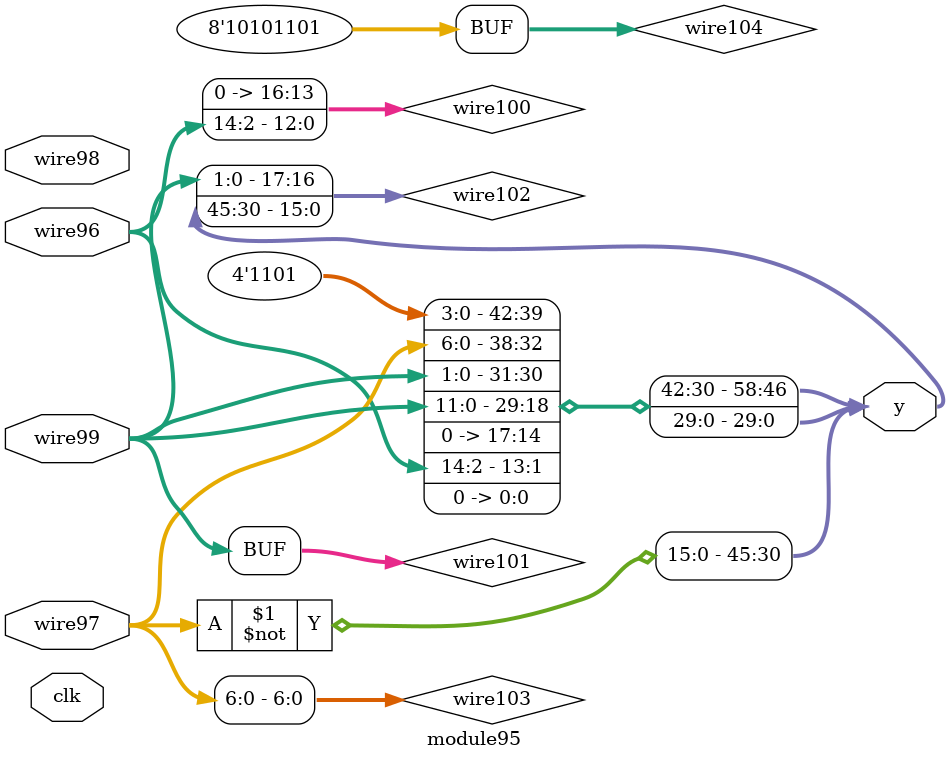
<source format=v>
module top
#(parameter param252 = (~&((~&{{(8'ha3)}, ((8'hb7) ? (8'ha1) : (8'h9f))}) >= {((&(8'hb0)) >> (~(8'had)))})))
(y, clk, wire0, wire1, wire2, wire3, wire4);
  output wire [(32'h249):(32'h0)] y;
  input wire [(1'h0):(1'h0)] clk;
  input wire signed [(3'h5):(1'h0)] wire0;
  input wire [(5'h15):(1'h0)] wire1;
  input wire signed [(4'he):(1'h0)] wire2;
  input wire [(5'h15):(1'h0)] wire3;
  input wire signed [(4'hd):(1'h0)] wire4;
  wire signed [(4'hc):(1'h0)] wire251;
  wire [(4'ha):(1'h0)] wire246;
  wire [(5'h13):(1'h0)] wire224;
  wire signed [(4'ha):(1'h0)] wire223;
  wire [(4'ha):(1'h0)] wire221;
  wire [(5'h10):(1'h0)] wire76;
  wire signed [(5'h15):(1'h0)] wire5;
  wire [(3'h4):(1'h0)] wire74;
  wire [(3'h7):(1'h0)] wire226;
  wire signed [(5'h10):(1'h0)] wire227;
  wire [(5'h14):(1'h0)] wire237;
  wire [(5'h13):(1'h0)] wire238;
  wire [(3'h4):(1'h0)] wire240;
  wire signed [(4'hb):(1'h0)] wire241;
  wire signed [(4'hf):(1'h0)] wire242;
  wire [(4'hd):(1'h0)] wire243;
  wire signed [(4'he):(1'h0)] wire244;
  reg [(3'h6):(1'h0)] reg250 = (1'h0);
  reg signed [(5'h10):(1'h0)] reg249 = (1'h0);
  reg [(5'h12):(1'h0)] reg248 = (1'h0);
  reg [(3'h5):(1'h0)] reg247 = (1'h0);
  reg signed [(4'h8):(1'h0)] reg236 = (1'h0);
  reg [(5'h13):(1'h0)] reg235 = (1'h0);
  reg signed [(4'hd):(1'h0)] reg234 = (1'h0);
  reg [(4'h9):(1'h0)] reg233 = (1'h0);
  reg signed [(4'h8):(1'h0)] reg232 = (1'h0);
  reg signed [(5'h15):(1'h0)] reg231 = (1'h0);
  reg signed [(5'h15):(1'h0)] reg230 = (1'h0);
  reg [(5'h12):(1'h0)] reg229 = (1'h0);
  reg [(5'h14):(1'h0)] reg228 = (1'h0);
  reg [(5'h11):(1'h0)] reg89 = (1'h0);
  reg [(4'hc):(1'h0)] reg88 = (1'h0);
  reg [(5'h11):(1'h0)] reg87 = (1'h0);
  reg signed [(3'h4):(1'h0)] reg86 = (1'h0);
  reg signed [(5'h15):(1'h0)] reg85 = (1'h0);
  reg [(4'ha):(1'h0)] reg84 = (1'h0);
  reg [(3'h7):(1'h0)] reg83 = (1'h0);
  reg [(2'h2):(1'h0)] reg82 = (1'h0);
  reg [(5'h13):(1'h0)] reg81 = (1'h0);
  reg signed [(5'h14):(1'h0)] reg80 = (1'h0);
  reg [(5'h14):(1'h0)] reg79 = (1'h0);
  reg signed [(5'h15):(1'h0)] reg78 = (1'h0);
  reg signed [(4'hb):(1'h0)] reg77 = (1'h0);
  assign y = {wire251,
                 wire246,
                 wire224,
                 wire223,
                 wire221,
                 wire76,
                 wire5,
                 wire74,
                 wire226,
                 wire227,
                 wire237,
                 wire238,
                 wire240,
                 wire241,
                 wire242,
                 wire243,
                 wire244,
                 reg250,
                 reg249,
                 reg248,
                 reg247,
                 reg236,
                 reg235,
                 reg234,
                 reg233,
                 reg232,
                 reg231,
                 reg230,
                 reg229,
                 reg228,
                 reg89,
                 reg88,
                 reg87,
                 reg86,
                 reg85,
                 reg84,
                 reg83,
                 reg82,
                 reg81,
                 reg80,
                 reg79,
                 reg78,
                 reg77,
                 (1'h0)};
  assign wire5 = $unsigned(($signed($unsigned(wire4)) + $unsigned($signed(wire2))));
  module6 #() modinst75 (.wire7(wire5), .wire8(wire1), .wire11(wire2), .clk(clk), .wire9(wire4), .y(wire74), .wire10(wire3));
  assign wire76 = wire3[(4'h9):(4'h8)];
  always
    @(posedge clk) begin
      reg77 <= (~^(wire4[(2'h2):(1'h0)] ? (^wire3) : (8'hb8)));
      if (wire0[(1'h0):(1'h0)])
        begin
          reg78 <= $unsigned(($unsigned((8'hbb)) & ((+(wire1 ?
              wire0 : (8'haa))) > wire3[(5'h12):(3'h5)])));
          if ($unsigned(reg78))
            begin
              reg79 <= ($signed((8'hab)) ? wire5[(3'h5):(3'h5)] : (!reg78));
              reg80 <= {reg78};
              reg81 <= wire5;
              reg82 <= $unsigned(wire74);
            end
          else
            begin
              reg79 <= ((~&((~|wire3[(3'h5):(3'h5)]) != ((~wire2) & {wire2,
                      reg79}))) ?
                  $signed(wire5[(4'ha):(1'h1)]) : (!wire3));
              reg80 <= reg81;
              reg81 <= (~^reg78);
              reg82 <= (($unsigned(($unsigned(wire5) & $signed(wire0))) != ((&(reg81 ?
                      wire76 : wire0)) || (^~$unsigned(wire1)))) ?
                  $signed($signed({wire5})) : $unsigned(((((8'hba) ?
                              reg77 : wire2) ?
                          $signed(reg80) : $unsigned(wire1)) ?
                      ((reg78 ? reg77 : wire2) | (+(8'ha8))) : ($signed(reg80) ?
                          (reg81 ^~ wire4) : (|wire76)))));
            end
          if (((8'hb8) && reg81[(3'h4):(1'h1)]))
            begin
              reg83 <= (8'hb2);
            end
          else
            begin
              reg83 <= {(8'hb6)};
              reg84 <= ((~&$signed((~&(!reg81)))) && reg77);
              reg85 <= reg79[(1'h1):(1'h0)];
              reg86 <= reg82;
              reg87 <= (~((!reg78[(4'h9):(3'h4)]) > (&(~&reg81))));
            end
          reg88 <= (+$unsigned($signed($unsigned((reg84 ? wire2 : wire76)))));
        end
      else
        begin
          if (((8'h9e) ?
              ((({wire3} ^~ $signed(reg83)) ? (|$unsigned(reg77)) : {reg84}) ?
                  reg88 : $signed(wire1[(4'h9):(4'h8)])) : $unsigned(({(reg82 ?
                      reg82 : (8'had))} <= $unsigned((reg78 ^ wire4))))))
            begin
              reg78 <= (8'had);
              reg79 <= $signed($signed($signed(reg85[(3'h6):(3'h6)])));
              reg80 <= $signed({(&wire3), (+$signed({wire0}))});
              reg81 <= wire4;
              reg82 <= ((($unsigned((wire1 & reg86)) ?
                          wire4 : reg83[(3'h7):(3'h7)]) ?
                      $unsigned($signed((reg85 * wire1))) : $unsigned(((8'hb7) ?
                          (reg83 ? reg84 : (7'h42)) : wire5[(4'hc):(4'hb)]))) ?
                  ({reg88, $unsigned((7'h41))} ?
                      ((8'hbf) ^~ $signed(reg86[(2'h3):(1'h0)])) : (((~reg80) && (reg81 ?
                              reg82 : reg85)) ?
                          ($unsigned((7'h40)) <<< $signed((8'hb2))) : reg84)) : wire5);
            end
          else
            begin
              reg78 <= $unsigned($signed({(~^$signed((8'ha8)))}));
              reg79 <= (-wire2[(4'hb):(4'ha)]);
              reg80 <= ($signed(wire3[(1'h1):(1'h0)]) ~^ {(^~$unsigned(wire76[(5'h10):(4'hb)]))});
            end
        end
      reg89 <= $unsigned($signed(({$signed(wire5)} < (~|(wire1 ?
          (8'hb9) : reg86)))));
    end
  module90 #() modinst222 (.wire91(reg79), .clk(clk), .wire92(wire76), .wire94(reg89), .y(wire221), .wire93(wire1));
  assign wire223 = reg79[(1'h1):(1'h1)];
  module55 #() modinst225 (wire224, clk, reg87, reg81, reg79, reg78, wire4);
  assign wire226 = wire74;
  assign wire227 = $unsigned(wire2);
  always
    @(posedge clk) begin
      if ({wire221, (7'h41)})
        begin
          reg228 <= (((+$signed(wire0[(2'h3):(1'h1)])) >= (|$signed($signed(wire5)))) ?
              $signed(wire221) : {((~&reg78[(3'h6):(3'h5)]) <= $signed(reg78)),
                  reg77});
          reg229 <= $unsigned(($unsigned($signed((~&reg84))) ?
              (wire0 ?
                  ($signed(reg80) ?
                      $unsigned(wire221) : (reg82 ?
                          reg78 : (7'h41))) : ((reg79 << reg84) != (~|wire226))) : reg85));
          reg230 <= $signed({reg228});
          reg231 <= ($signed($unsigned(wire221[(4'h8):(3'h4)])) * reg78);
          if ((^$signed(({wire4[(3'h4):(2'h3)]} ?
              reg87[(4'hd):(2'h3)] : {{wire2, reg82}}))))
            begin
              reg232 <= ($unsigned((-$unsigned((reg228 > reg78)))) | (8'ha3));
              reg233 <= $unsigned(($unsigned(($unsigned(wire76) ?
                      $signed((8'h9f)) : (&reg231))) ?
                  reg77 : {$unsigned(wire5), reg228}));
              reg234 <= reg88[(4'hb):(1'h0)];
              reg235 <= ({((8'hb3) ?
                      reg230 : (reg85[(1'h0):(1'h0)] == ((7'h40) ?
                          wire5 : reg229))),
                  ($unsigned((!reg232)) ~^ (!{reg232,
                      (7'h44)}))} >> reg77[(1'h0):(1'h0)]);
              reg236 <= ((8'ha6) | {(($unsigned(wire226) ?
                          $unsigned(reg86) : (wire223 >= reg81)) ?
                      ($unsigned(reg230) - {wire226}) : wire226[(3'h4):(1'h1)])});
            end
          else
            begin
              reg232 <= $unsigned($signed(((^{wire0}) ? wire76 : (8'hb9))));
            end
        end
      else
        begin
          reg228 <= (wire0 & (~^$unsigned((-$signed(wire224)))));
          reg229 <= reg235;
        end
    end
  assign wire237 = {(~^($unsigned((~&reg232)) ?
                           $signed(reg230) : (!reg234[(4'hb):(3'h4)]))),
                       (reg77[(4'hb):(3'h5)] ^~ ($signed(reg233) || ((reg82 ?
                           reg87 : (8'h9f)) * reg87[(1'h1):(1'h1)])))};
  module15 #() modinst239 (.y(wire238), .wire17(reg78), .wire16(reg87), .clk(clk), .wire19(wire221), .wire20(wire76), .wire18(reg84));
  assign wire240 = (&reg77);
  assign wire241 = (($unsigned(((wire74 ^ reg233) ?
                               (reg232 ?
                                   reg234 : wire221) : reg78[(4'hf):(4'hf)])) ?
                           reg229[(1'h1):(1'h0)] : reg229) ?
                       reg233 : {reg83[(3'h5):(3'h5)],
                           $signed(((reg232 ? reg229 : reg235) || ((8'hb8) ?
                               (8'ha2) : wire5)))});
  assign wire242 = (~|(+$unsigned((7'h42))));
  assign wire243 = wire224[(2'h2):(1'h1)];
  module161 #() modinst245 (wire244, clk, reg231, reg233, wire227, reg235);
  assign wire246 = {($signed((^~{reg232, reg232})) ? wire1 : $signed(wire227))};
  always
    @(posedge clk) begin
      reg247 <= ($unsigned(wire241[(3'h4):(2'h3)]) + (^reg81));
      reg248 <= $signed({(~^wire1[(4'hf):(2'h3)])});
      reg249 <= (8'haa);
      reg250 <= $signed($signed(reg81));
    end
  assign wire251 = (wire74 ?
                       (|reg236[(1'h0):(1'h0)]) : (reg86[(2'h3):(1'h1)] | (-$signed((wire227 ?
                           (8'ha9) : wire226)))));
endmodule

module module90
#(parameter param219 = ((({((8'hae) ? (8'hbd) : (8'haa))} ? (((8'hb7) ? (8'hac) : (8'haa)) ~^ ((8'haa) << (8'hbc))) : (((8'ha3) <= (8'h9e)) ? (8'hb7) : ((8'h9f) ? (8'hbb) : (8'hba)))) & {(~&((8'hb4) < (8'h9e))), (-(^~(8'hbd)))}) ? {((!((8'hbf) ^ (8'ha5))) ~^ {((8'hb4) ? (7'h41) : (7'h42))})} : {(((!(8'ha5)) ^~ ((8'haf) ? (8'hbd) : (8'h9c))) ? (((8'h9d) ? (8'hb9) : (8'hb4)) ^ ((8'ha0) + (8'haf))) : (&((8'h9f) ? (8'hb8) : (7'h41)))), (({(8'hab), (8'hae)} > {(8'ha8), (8'hb9)}) ? ((+(8'hb0)) || (+(7'h40))) : (((8'hb2) ? (8'had) : (7'h43)) | (8'h9d)))}), 
parameter param220 = {(((param219 ? (!param219) : param219) ? (~|param219) : (param219 ? (param219 ? param219 : param219) : {(8'ha1)})) >= {{(^~param219), (~|(8'ha6))}, {(8'ha4), (-param219)}})})
(y, clk, wire94, wire93, wire92, wire91);
  output wire [(32'h15a):(32'h0)] y;
  input wire [(1'h0):(1'h0)] clk;
  input wire [(5'h11):(1'h0)] wire94;
  input wire signed [(4'hf):(1'h0)] wire93;
  input wire [(3'h4):(1'h0)] wire92;
  input wire [(5'h14):(1'h0)] wire91;
  wire [(3'h7):(1'h0)] wire218;
  wire signed [(4'hb):(1'h0)] wire216;
  wire signed [(4'h8):(1'h0)] wire197;
  wire [(5'h10):(1'h0)] wire178;
  wire signed [(5'h13):(1'h0)] wire154;
  wire [(4'h9):(1'h0)] wire118;
  wire signed [(5'h14):(1'h0)] wire107;
  wire [(5'h13):(1'h0)] wire156;
  wire [(5'h10):(1'h0)] wire157;
  wire [(5'h14):(1'h0)] wire158;
  wire signed [(4'hd):(1'h0)] wire159;
  wire signed [(4'h9):(1'h0)] wire160;
  wire [(5'h10):(1'h0)] wire176;
  wire signed [(5'h12):(1'h0)] wire199;
  wire [(4'he):(1'h0)] wire200;
  wire signed [(4'h9):(1'h0)] wire214;
  reg [(5'h15):(1'h0)] reg109 = (1'h0);
  reg signed [(5'h15):(1'h0)] reg110 = (1'h0);
  reg signed [(4'h8):(1'h0)] reg111 = (1'h0);
  reg signed [(3'h7):(1'h0)] reg112 = (1'h0);
  reg [(3'h6):(1'h0)] reg113 = (1'h0);
  reg signed [(4'ha):(1'h0)] reg114 = (1'h0);
  reg [(4'ha):(1'h0)] reg115 = (1'h0);
  reg [(5'h11):(1'h0)] reg116 = (1'h0);
  reg [(5'h15):(1'h0)] reg117 = (1'h0);
  assign y = {wire218,
                 wire216,
                 wire197,
                 wire178,
                 wire154,
                 wire118,
                 wire107,
                 wire156,
                 wire157,
                 wire158,
                 wire159,
                 wire160,
                 wire176,
                 wire199,
                 wire200,
                 wire214,
                 reg109,
                 reg110,
                 reg111,
                 reg112,
                 reg113,
                 reg114,
                 reg115,
                 reg116,
                 reg117,
                 (1'h0)};
  module95 #() modinst108 (.wire98(wire92), .clk(clk), .wire99(wire94), .wire97(wire93), .wire96(wire91), .y(wire107));
  always
    @(posedge clk) begin
      reg109 <= ($unsigned((&{(wire107 >>> (8'hbd)),
              (wire94 ? wire92 : wire94)})) ?
          $unsigned($unsigned($signed(wire107))) : (($signed(wire107[(3'h4):(2'h3)]) ?
                  wire91[(4'h8):(1'h0)] : ($signed((8'haf)) ?
                      wire94 : ((8'hab) ? wire91 : wire92))) ?
              wire93[(4'he):(4'hb)] : {$unsigned($signed(wire94)),
                  wire92[(2'h3):(2'h3)]}));
      if ($signed((wire92[(2'h2):(1'h0)] ~^ ((8'ha3) ~^ $unsigned(wire107)))))
        begin
          reg110 <= (8'hbf);
          reg111 <= $signed($signed($signed(wire94)));
          if ({($unsigned(((wire107 * wire91) & (reg110 * reg110))) - {$signed($unsigned(reg109))})})
            begin
              reg112 <= wire107[(1'h0):(1'h0)];
              reg113 <= $unsigned((($unsigned(wire107[(3'h6):(3'h6)]) ?
                      wire94 : ($unsigned(reg111) != $signed(reg110))) ?
                  $unsigned((reg109 ?
                      $unsigned((8'hb7)) : $unsigned(reg111))) : $signed($unsigned((8'ha7)))));
              reg114 <= (-(^~{(((8'hbe) - wire92) ?
                      $unsigned(reg110) : (reg111 ? (7'h43) : reg109)),
                  ((reg112 ^ (8'hbf)) <<< $signed((8'ha2)))}));
              reg115 <= $unsigned($signed($unsigned({(wire93 ?
                      reg113 : wire107)})));
              reg116 <= ($unsigned((reg112[(3'h7):(3'h4)] <<< (reg111[(1'h1):(1'h1)] ?
                  (^~reg110) : wire91))) ^ ($signed((reg112 ^ $unsigned(reg113))) ^~ $signed($signed(reg111[(1'h1):(1'h1)]))));
            end
          else
            begin
              reg112 <= reg112[(3'h6):(2'h3)];
              reg113 <= $signed({wire93[(3'h7):(3'h6)],
                  {$unsigned($unsigned(wire93))}});
              reg114 <= reg113[(2'h2):(2'h2)];
              reg115 <= {$unsigned($signed(((reg116 && reg112) + {reg113,
                      wire107})))};
              reg116 <= reg115[(3'h5):(2'h3)];
            end
          reg117 <= $unsigned((((wire92 - (reg111 <<< reg111)) >> ((reg111 > reg111) & (reg112 & reg111))) ~^ reg115));
        end
      else
        begin
          reg110 <= (((!(reg115 ?
              (reg109 ? reg111 : reg112) : reg115)) <<< (!((reg113 * reg114) ?
              $signed(wire92) : (~reg110)))) & $signed(($signed((wire94 ^~ wire94)) & reg116)));
        end
    end
  assign wire118 = reg113;
  module119 #() modinst155 (wire154, clk, reg111, reg114, wire91, reg110);
  assign wire156 = $unsigned((({$signed(reg117),
                       (wire92 ?
                           wire154 : wire107)} + (8'had)) | $unsigned($unsigned((~^reg110)))));
  assign wire157 = $unsigned(wire91[(1'h1):(1'h1)]);
  assign wire158 = wire157[(3'h7):(2'h3)];
  assign wire159 = wire157;
  assign wire160 = {(($unsigned({wire154, reg116}) ?
                               wire118[(1'h1):(1'h0)] : (&(+(8'hac)))) ?
                           ($unsigned((wire154 ?
                               wire159 : reg117)) >> ((+wire154) ?
                               reg112[(3'h5):(1'h1)] : {reg109})) : reg111)};
  module161 #() modinst177 (wire176, clk, reg117, wire93, wire159, wire118);
  assign wire178 = (~^$unsigned(reg109));
  module179 #() modinst198 (.y(wire197), .wire180(reg112), .wire181(reg110), .wire183(reg116), .wire182(wire94), .clk(clk));
  assign wire199 = $unsigned((((reg114[(3'h7):(2'h3)] <= $unsigned(reg109)) * {$unsigned(wire159)}) ?
                       wire94[(1'h0):(1'h0)] : $unsigned(($unsigned(reg111) ?
                           wire156[(2'h3):(2'h3)] : (8'hab)))));
  assign wire200 = wire197[(3'h4):(3'h4)];
  module201 #() modinst215 (.wire206(wire156), .wire202(wire200), .wire203(wire158), .y(wire214), .clk(clk), .wire204(wire160), .wire205(wire107));
  module179 #() modinst217 (.wire180(wire176), .wire183(reg110), .wire181(wire158), .clk(clk), .y(wire216), .wire182(reg116));
  assign wire218 = ({($unsigned($signed(reg116)) ?
                           ($signed(reg115) >> wire93) : reg109[(5'h15):(3'h4)])} > reg117[(4'h9):(2'h3)]);
endmodule

module module6  (y, clk, wire11, wire10, wire9, wire8, wire7);
  output wire [(32'h86):(32'h0)] y;
  input wire [(1'h0):(1'h0)] clk;
  input wire signed [(2'h2):(1'h0)] wire11;
  input wire [(5'h13):(1'h0)] wire10;
  input wire signed [(4'ha):(1'h0)] wire9;
  input wire signed [(5'h15):(1'h0)] wire8;
  input wire [(5'h15):(1'h0)] wire7;
  wire [(4'hd):(1'h0)] wire48;
  wire signed [(4'hd):(1'h0)] wire14;
  wire [(5'h10):(1'h0)] wire13;
  wire signed [(3'h7):(1'h0)] wire12;
  wire signed [(5'h13):(1'h0)] wire50;
  wire signed [(4'hf):(1'h0)] wire51;
  wire signed [(2'h3):(1'h0)] wire52;
  wire signed [(4'hd):(1'h0)] wire53;
  wire [(5'h15):(1'h0)] wire54;
  wire signed [(4'hd):(1'h0)] wire72;
  assign y = {wire48,
                 wire14,
                 wire13,
                 wire12,
                 wire50,
                 wire51,
                 wire52,
                 wire53,
                 wire54,
                 wire72,
                 (1'h0)};
  assign wire12 = (wire7[(3'h4):(1'h1)] ?
                      $unsigned($signed(wire9)) : $signed(wire11));
  assign wire13 = wire7[(3'h5):(2'h2)];
  assign wire14 = (|($signed($signed($unsigned(wire7))) >>> (($signed(wire10) ?
                          wire9 : (+wire8)) ?
                      (~|(wire13 ? wire8 : wire9)) : ($signed(wire10) ?
                          wire11[(1'h0):(1'h0)] : ((8'ha8) ^~ (8'h9c))))));
  module15 #() modinst49 (.y(wire48), .wire16(wire13), .wire18(wire7), .clk(clk), .wire20(wire11), .wire19(wire9), .wire17(wire8));
  assign wire50 = (|((&($unsigned(wire10) > $unsigned(wire13))) || ((^~((8'hac) ^~ (8'h9d))) ?
                      wire12[(1'h1):(1'h1)] : (^(&wire8)))));
  assign wire51 = (~wire7[(2'h2):(1'h0)]);
  assign wire52 = (~$signed((^~$signed($unsigned(wire8)))));
  assign wire53 = (wire51[(3'h5):(1'h0)] * $unsigned((wire48[(4'hc):(3'h5)] & $signed(wire9))));
  assign wire54 = (((wire8 < ((^wire53) ?
                          $unsigned(wire12) : $signed(wire52))) ?
                      (wire9 ?
                          {wire53,
                              $signed(wire7)} : wire11[(2'h2):(1'h1)]) : ((wire9[(3'h5):(2'h2)] ?
                          wire10[(5'h12):(1'h1)] : (wire13 ?
                              wire53 : wire11)) ~^ ($signed(wire51) << (~^wire7)))) & wire13[(4'hf):(2'h3)]);
  module55 #() modinst73 (wire72, clk, wire51, wire50, wire14, wire7, wire53);
endmodule

module module55  (y, clk, wire60, wire59, wire58, wire57, wire56);
  output wire [(32'h83):(32'h0)] y;
  input wire [(1'h0):(1'h0)] clk;
  input wire signed [(4'hf):(1'h0)] wire60;
  input wire signed [(5'h13):(1'h0)] wire59;
  input wire [(3'h7):(1'h0)] wire58;
  input wire [(5'h15):(1'h0)] wire57;
  input wire signed [(4'hd):(1'h0)] wire56;
  wire [(4'h8):(1'h0)] wire71;
  wire signed [(5'h15):(1'h0)] wire70;
  wire [(2'h2):(1'h0)] wire69;
  wire [(4'hc):(1'h0)] wire66;
  reg [(5'h12):(1'h0)] reg68 = (1'h0);
  reg signed [(4'hc):(1'h0)] reg67 = (1'h0);
  reg [(5'h14):(1'h0)] reg65 = (1'h0);
  reg [(3'h6):(1'h0)] reg64 = (1'h0);
  reg [(3'h5):(1'h0)] reg63 = (1'h0);
  reg signed [(3'h6):(1'h0)] reg62 = (1'h0);
  reg [(5'h14):(1'h0)] reg61 = (1'h0);
  assign y = {wire71,
                 wire70,
                 wire69,
                 wire66,
                 reg68,
                 reg67,
                 reg65,
                 reg64,
                 reg63,
                 reg62,
                 reg61,
                 (1'h0)};
  always
    @(posedge clk) begin
      reg61 <= ($signed($signed({(8'h9f)})) ?
          $unsigned((wire57[(3'h5):(3'h5)] ?
              wire59 : wire56)) : $unsigned((^~((wire56 >> wire59) ?
              (wire57 | wire57) : (~|wire58)))));
      reg62 <= $unsigned(($signed((~^reg61)) + wire57));
      reg63 <= (($unsigned($unsigned((&(8'ha9)))) ?
              wire57 : (~|({wire56, reg62} ?
                  wire56[(3'h4):(2'h3)] : $unsigned(wire56)))) ?
          {wire59} : ($signed($signed((~^wire58))) ?
              ({wire60, (8'ha2)} ?
                  $unsigned((-wire59)) : ($unsigned(wire56) ?
                      $signed(reg62) : wire56[(3'h4):(1'h0)])) : {wire59[(2'h3):(2'h3)]}));
      reg64 <= ($signed(wire57[(3'h5):(2'h2)]) ?
          ((-(8'hb8)) ?
              wire56[(3'h6):(1'h0)] : $unsigned((~&(&reg63)))) : $signed(wire59[(2'h3):(2'h2)]));
      if (wire59[(2'h2):(1'h1)])
        begin
          reg65 <= $signed(((~&wire57) * $signed({(wire58 << (8'hae))})));
        end
      else
        begin
          reg65 <= $unsigned((~|(reg65[(3'h4):(1'h0)] ?
              {$signed(reg62), wire60[(2'h2):(2'h2)]} : (|reg61))));
        end
    end
  assign wire66 = reg64[(3'h4):(1'h1)];
  always
    @(posedge clk) begin
      reg67 <= (wire58 & reg64);
      reg68 <= $unsigned($signed(reg62[(3'h4):(2'h2)]));
    end
  assign wire69 = (~&{wire60, reg61[(5'h11):(3'h5)]});
  assign wire70 = $unsigned((^reg68));
  assign wire71 = (({$unsigned((|(8'ha2))),
                          $unsigned({wire59, wire70})} >>> wire58) ?
                      (8'hb6) : wire69);
endmodule

module module15
#(parameter param47 = (8'hba))
(y, clk, wire20, wire19, wire18, wire17, wire16);
  output wire [(32'h120):(32'h0)] y;
  input wire [(1'h0):(1'h0)] clk;
  input wire signed [(2'h2):(1'h0)] wire20;
  input wire signed [(4'ha):(1'h0)] wire19;
  input wire [(4'ha):(1'h0)] wire18;
  input wire [(5'h15):(1'h0)] wire17;
  input wire signed [(5'h10):(1'h0)] wire16;
  wire signed [(5'h15):(1'h0)] wire34;
  wire [(4'ha):(1'h0)] wire33;
  wire signed [(4'hb):(1'h0)] wire32;
  wire [(4'ha):(1'h0)] wire31;
  wire signed [(2'h2):(1'h0)] wire30;
  wire [(4'hd):(1'h0)] wire29;
  wire signed [(4'hf):(1'h0)] wire28;
  wire [(2'h3):(1'h0)] wire27;
  wire [(5'h10):(1'h0)] wire26;
  wire [(3'h4):(1'h0)] wire25;
  wire [(4'hd):(1'h0)] wire24;
  wire [(5'h11):(1'h0)] wire23;
  wire signed [(4'hd):(1'h0)] wire22;
  wire [(3'h4):(1'h0)] wire21;
  reg signed [(4'hf):(1'h0)] reg46 = (1'h0);
  reg signed [(4'hc):(1'h0)] reg45 = (1'h0);
  reg [(4'h8):(1'h0)] reg44 = (1'h0);
  reg signed [(4'hc):(1'h0)] reg43 = (1'h0);
  reg signed [(4'h9):(1'h0)] reg42 = (1'h0);
  reg signed [(4'hb):(1'h0)] reg41 = (1'h0);
  reg signed [(2'h2):(1'h0)] reg40 = (1'h0);
  reg [(4'ha):(1'h0)] reg39 = (1'h0);
  reg [(5'h11):(1'h0)] reg38 = (1'h0);
  reg [(5'h11):(1'h0)] reg37 = (1'h0);
  reg [(4'ha):(1'h0)] reg36 = (1'h0);
  reg signed [(4'hc):(1'h0)] reg35 = (1'h0);
  assign y = {wire34,
                 wire33,
                 wire32,
                 wire31,
                 wire30,
                 wire29,
                 wire28,
                 wire27,
                 wire26,
                 wire25,
                 wire24,
                 wire23,
                 wire22,
                 wire21,
                 reg46,
                 reg45,
                 reg44,
                 reg43,
                 reg42,
                 reg41,
                 reg40,
                 reg39,
                 reg38,
                 reg37,
                 reg36,
                 reg35,
                 (1'h0)};
  assign wire21 = ($signed({$signed(wire16)}) ?
                      (~^(($signed(wire20) >>> wire17[(5'h12):(3'h5)]) ~^ {{wire19},
                          wire19[(3'h7):(1'h1)]})) : wire18[(4'h8):(4'h8)]);
  assign wire22 = (^(&$unsigned(((^~wire19) ? $signed(wire16) : wire21))));
  assign wire23 = ((~($unsigned((8'ha5)) > ((wire19 || wire20) ?
                          $unsigned(wire19) : (wire20 ? wire21 : wire18)))) ?
                      wire16 : wire20[(2'h2):(1'h1)]);
  assign wire24 = $unsigned(({((wire18 ?
                          wire18 : (8'hb3)) >> (7'h40))} > $unsigned(wire21[(1'h0):(1'h0)])));
  assign wire25 = $signed(((!wire21) ?
                      (!((wire22 != wire16) ?
                          (8'h9e) : (+wire23))) : (~^(~|$unsigned(wire19)))));
  assign wire26 = $unsigned({(wire21[(1'h1):(1'h0)] ?
                          {(~^wire17), (&(7'h43))} : $signed(wire23))});
  assign wire27 = wire25;
  assign wire28 = $unsigned($signed($signed(wire25)));
  assign wire29 = $signed($signed($unsigned(wire25)));
  assign wire30 = wire26;
  assign wire31 = (({$signed($signed(wire30))} <= $signed(wire17)) ?
                      wire25 : (wire21[(2'h3):(2'h2)] + wire24[(3'h4):(1'h1)]));
  assign wire32 = $unsigned((|$signed((((8'ha4) == wire17) ?
                      wire17 : wire28))));
  assign wire33 = (wire19 && $unsigned((|(^wire25[(1'h0):(1'h0)]))));
  assign wire34 = {wire17};
  always
    @(posedge clk) begin
      if ({$signed(wire30)})
        begin
          reg35 <= ((wire30[(2'h2):(1'h1)] ^ $unsigned(wire20[(1'h0):(1'h0)])) ?
              $unsigned({(!(~wire19))}) : (+wire25));
          reg36 <= wire28;
          reg37 <= (($unsigned(wire31[(1'h1):(1'h0)]) * $unsigned(((~|wire27) == (!wire31)))) ?
              ($signed($signed(wire27)) ^ ($signed(wire22) < $signed($unsigned(wire22)))) : (^~(~&wire34)));
        end
      else
        begin
          reg35 <= wire21[(2'h2):(1'h0)];
        end
      reg38 <= ((8'hbd) ?
          $signed(wire20[(1'h1):(1'h1)]) : (((8'hae) ?
                  (|$unsigned(wire23)) : wire16[(4'hb):(3'h4)]) ?
              wire24 : wire34[(3'h4):(2'h3)]));
      reg39 <= $unsigned(((|$signed((reg37 <<< wire19))) == (^$unsigned((wire17 ?
          reg35 : reg36)))));
      if ($unsigned(reg38))
        begin
          reg40 <= (($unsigned(({(8'haa)} ?
              $signed(wire18) : $unsigned(wire21))) ~^ $unsigned($unsigned({reg36}))) * $signed(wire17[(1'h1):(1'h0)]));
          if ($signed($unsigned(wire24[(4'ha):(3'h7)])))
            begin
              reg41 <= (^wire17);
              reg42 <= $unsigned($unsigned($signed((!wire26[(3'h6):(3'h5)]))));
              reg43 <= ($signed($signed($signed((~|wire34)))) != ({((reg42 || wire23) & reg37)} + wire31[(4'ha):(3'h7)]));
              reg44 <= {(7'h42)};
              reg45 <= wire16[(4'hf):(3'h6)];
            end
          else
            begin
              reg41 <= wire30[(1'h1):(1'h1)];
              reg42 <= wire17[(4'h8):(3'h7)];
              reg43 <= $signed({{$unsigned($unsigned(reg35)),
                      $signed(wire29[(3'h6):(3'h6)])}});
              reg44 <= (reg36[(1'h1):(1'h0)] ^ (8'ha0));
              reg45 <= ($unsigned((^(~|(wire20 ? reg37 : wire25)))) ?
                  ($signed({wire21[(3'h4):(2'h2)],
                          (wire23 ? wire26 : wire21)}) ?
                      (($unsigned(reg43) < $signed(wire19)) ?
                          (wire30 | wire19[(1'h1):(1'h1)]) : reg39[(4'h9):(1'h1)]) : {$unsigned(wire18[(3'h7):(3'h6)]),
                          ($unsigned(wire21) ?
                              {reg44} : $signed(wire17))}) : ($signed(wire26) & reg41[(3'h7):(3'h4)]));
            end
          reg46 <= (~$signed(($signed($signed(wire23)) ?
              {reg43, $unsigned(reg38)} : (~&(~^(8'h9d))))));
        end
      else
        begin
          reg40 <= $signed($signed($unsigned((~|$signed((8'haf))))));
        end
    end
endmodule

module module201
#(parameter param212 = ((~&(~(~^((8'hb3) >> (8'hb5))))) ? (((~((8'ha5) && (7'h43))) == ({(8'hb5)} ? ((8'ha8) ? (8'h9f) : (8'h9e)) : ((8'ha7) || (8'hb7)))) ? (((8'hbd) > {(8'ha5), (8'ha2)}) != (8'hb8)) : (((|(8'hb0)) ^ (+(8'hbb))) <<< {(!(8'ha2))})) : ((^~(^{(8'hb9)})) > ((((8'haa) < (7'h44)) ? (8'hbf) : ((8'ha9) != (7'h42))) * (((8'hbc) > (8'hb0)) ? ((8'hb4) ? (7'h43) : (8'hb3)) : (~(8'hbc)))))), 
parameter param213 = (param212 == {(param212 ? ((param212 < param212) & {param212}) : ((~(7'h40)) - param212))}))
(y, clk, wire206, wire205, wire204, wire203, wire202);
  output wire [(32'h40):(32'h0)] y;
  input wire [(1'h0):(1'h0)] clk;
  input wire signed [(3'h7):(1'h0)] wire206;
  input wire signed [(5'h14):(1'h0)] wire205;
  input wire signed [(4'h9):(1'h0)] wire204;
  input wire [(4'hf):(1'h0)] wire203;
  input wire signed [(3'h5):(1'h0)] wire202;
  wire signed [(5'h14):(1'h0)] wire211;
  wire signed [(4'hf):(1'h0)] wire210;
  wire signed [(2'h3):(1'h0)] wire209;
  wire signed [(3'h4):(1'h0)] wire208;
  wire signed [(5'h15):(1'h0)] wire207;
  assign y = {wire211, wire210, wire209, wire208, wire207, (1'h0)};
  assign wire207 = $unsigned((wire206 ?
                       $signed((&wire206)) : {$signed((-wire205)),
                           $unsigned(wire204[(3'h4):(1'h1)])}));
  assign wire208 = $unsigned($signed((-wire207[(4'hc):(4'h9)])));
  assign wire209 = ((((wire204[(2'h2):(1'h1)] ?
                               {wire205, (8'h9e)} : {(7'h42),
                                   wire206}) ^ ((wire206 != wire207) | (wire205 ^~ wire205))) ?
                           $signed({{wire205, wire202},
                               $signed(wire204)}) : (wire205 ?
                               ($signed(wire205) ?
                                   (&wire204) : (~wire203)) : (wire205 ?
                                   $unsigned(wire205) : (~&wire204)))) ?
                       wire206[(2'h2):(1'h1)] : {({$signed(wire205),
                                   (~|wire206)} ?
                               $signed(wire203) : $signed(((8'ha8) ?
                                   wire202 : (8'h9c))))});
  assign wire210 = ({(!(+{wire204}))} == {$unsigned($signed($signed(wire203)))});
  assign wire211 = $unsigned((~|(+(|$signed(wire202)))));
endmodule

module module179
#(parameter param196 = (((^~(|((8'hb2) ? (7'h43) : (8'ha0)))) ? (!(7'h40)) : ({(&(8'ha1)), (8'ha6)} ? ((|(8'ha3)) ? (~^(7'h41)) : ((8'hb9) ? (8'hb5) : (8'ha9))) : (^~((8'ha9) >= (8'had))))) ? ((~^({(8'hab)} ? (!(8'hb3)) : ((8'hbf) != (8'h9d)))) ? (-({(8'h9d), (8'h9c)} * ((8'hbc) == (8'ha3)))) : (-(^(~^(8'hb1))))) : (8'hbe)))
(y, clk, wire183, wire182, wire181, wire180);
  output wire [(32'h84):(32'h0)] y;
  input wire [(1'h0):(1'h0)] clk;
  input wire [(4'h9):(1'h0)] wire183;
  input wire [(5'h11):(1'h0)] wire182;
  input wire signed [(5'h14):(1'h0)] wire181;
  input wire [(3'h5):(1'h0)] wire180;
  wire signed [(4'hb):(1'h0)] wire195;
  wire [(4'ha):(1'h0)] wire189;
  wire signed [(2'h2):(1'h0)] wire185;
  wire [(4'ha):(1'h0)] wire184;
  reg [(4'hc):(1'h0)] reg194 = (1'h0);
  reg [(5'h10):(1'h0)] reg193 = (1'h0);
  reg [(5'h12):(1'h0)] reg192 = (1'h0);
  reg signed [(4'hb):(1'h0)] reg191 = (1'h0);
  reg [(4'hc):(1'h0)] reg190 = (1'h0);
  reg signed [(4'he):(1'h0)] reg188 = (1'h0);
  reg [(2'h3):(1'h0)] reg187 = (1'h0);
  reg signed [(4'hc):(1'h0)] reg186 = (1'h0);
  assign y = {wire195,
                 wire189,
                 wire185,
                 wire184,
                 reg194,
                 reg193,
                 reg192,
                 reg191,
                 reg190,
                 reg188,
                 reg187,
                 reg186,
                 (1'h0)};
  assign wire184 = $unsigned((wire180[(2'h2):(1'h0)] ?
                       {$unsigned(wire183),
                           {wire181[(5'h10):(4'hc)],
                               $unsigned((8'hb9))}} : {wire182, (8'ha9)}));
  assign wire185 = (wire181 ?
                       $unsigned($unsigned((~&wire181[(4'ha):(1'h0)]))) : (~&{((wire180 ?
                               wire180 : wire184) & (wire181 >= wire183))}));
  always
    @(posedge clk) begin
      reg186 <= $unsigned(({$signed($unsigned((8'hb0))),
              $signed($unsigned(wire182))} ?
          wire182 : wire184));
      reg187 <= {wire185, $signed((&wire181))};
      reg188 <= {(-(8'hb5)),
          ((~|$signed((wire180 ? wire185 : wire183))) ?
              $signed($unsigned($unsigned(wire182))) : (~|wire181[(1'h0):(1'h0)]))};
    end
  assign wire189 = ($unsigned(($signed(wire180[(2'h2):(2'h2)]) && $unsigned(((8'ha3) ?
                       wire185 : wire182)))) >> (~|wire182[(2'h2):(1'h1)]));
  always
    @(posedge clk) begin
      reg190 <= wire189[(2'h3):(2'h3)];
      reg191 <= (!$unsigned(((wire189[(3'h7):(3'h6)] ?
              {wire183, wire182} : {reg187, wire184}) ?
          wire182[(4'hc):(2'h3)] : reg187[(1'h1):(1'h1)])));
      reg192 <= wire189[(1'h1):(1'h1)];
      reg193 <= ($unsigned(reg192[(4'he):(4'h8)]) ?
          ((((reg186 ?
              wire180 : wire182) << (^~(7'h41))) < (reg188[(2'h2):(1'h0)] && (&reg187))) ^ $signed((-wire180[(3'h4):(2'h3)]))) : reg186[(3'h6):(3'h4)]);
      reg194 <= wire185;
    end
  assign wire195 = (^(((+$unsigned(reg188)) && reg186) ?
                       $signed((8'had)) : $signed({((8'hb8) ^ (8'hbc))})));
endmodule

module module161
#(parameter param175 = (((+((~|(8'hb3)) ? (^~(8'haf)) : ((7'h44) ? (8'hb2) : (8'haa)))) ~^ {(+((8'ha7) ? (8'h9e) : (8'ha4)))}) - ((!(((8'hb9) <= (8'hbd)) == ((8'hb4) ? (8'ha6) : (8'hb0)))) ? ((8'hac) ? {(8'hb1)} : ({(8'ha3), (7'h42)} <<< {(8'h9f), (8'ha1)})) : {{{(8'hbb), (8'hae)}, (8'ha8)}})))
(y, clk, wire165, wire164, wire163, wire162);
  output wire [(32'h61):(32'h0)] y;
  input wire [(1'h0):(1'h0)] clk;
  input wire [(5'h15):(1'h0)] wire165;
  input wire [(4'h9):(1'h0)] wire164;
  input wire signed [(4'hd):(1'h0)] wire163;
  input wire [(3'h6):(1'h0)] wire162;
  wire signed [(4'hb):(1'h0)] wire174;
  wire signed [(4'ha):(1'h0)] wire173;
  wire signed [(3'h4):(1'h0)] wire172;
  wire signed [(3'h7):(1'h0)] wire171;
  wire signed [(5'h10):(1'h0)] wire170;
  wire signed [(5'h15):(1'h0)] wire169;
  wire signed [(3'h4):(1'h0)] wire168;
  wire [(4'h9):(1'h0)] wire167;
  wire signed [(4'he):(1'h0)] wire166;
  assign y = {wire174,
                 wire173,
                 wire172,
                 wire171,
                 wire170,
                 wire169,
                 wire168,
                 wire167,
                 wire166,
                 (1'h0)};
  assign wire166 = wire162;
  assign wire167 = {(^wire165[(3'h7):(3'h5)])};
  assign wire168 = $signed(wire164);
  assign wire169 = $signed($signed(($signed((^~wire165)) ?
                       $signed({wire163}) : wire166[(3'h4):(2'h2)])));
  assign wire170 = $unsigned(wire166);
  assign wire171 = (^~(wire165[(3'h5):(2'h2)] ?
                       (((8'hab) != $unsigned(wire168)) ?
                           wire168[(2'h2):(2'h2)] : $unsigned($signed(wire168))) : $unsigned(wire169[(4'he):(2'h3)])));
  assign wire172 = (-((8'h9d) ^ ((|$signed(wire169)) * $unsigned(wire171[(3'h4):(3'h4)]))));
  assign wire173 = ($unsigned((~|(+$signed(wire162)))) ?
                       (^~wire166) : ($unsigned((~(wire171 >= wire169))) * (wire163[(1'h1):(1'h0)] ?
                           wire170 : ((wire164 <= wire169) ?
                               (wire162 < wire165) : (wire163 ?
                                   wire165 : wire162)))));
  assign wire174 = (~^$unsigned((($signed((8'hb3)) ?
                           $signed(wire170) : wire167) ?
                       ({wire167,
                           wire165} ^ wire162[(1'h0):(1'h0)]) : $unsigned(wire163))));
endmodule

module module119
#(parameter param153 = ({(({(8'hbe), (8'hb7)} & ((7'h43) ? (8'hb7) : (7'h43))) == (+((8'ha3) ^ (8'hba)))), ((((8'ha1) ? (8'ha8) : (8'h9f)) >>> ((8'hb1) <<< (8'hac))) < (8'hb2))} ? {((-{(8'ha5), (8'ha5)}) ? {(-(8'had))} : ((~&(8'hb9)) < ((8'hb0) & (8'haa)))), (^~(((8'hba) * (8'hb4)) ^ (~|(8'had))))} : (((((8'hb6) ? (8'hb5) : (8'ha6)) + ((8'ha3) >> (8'ha7))) ? (+((8'hb0) ? (7'h42) : (8'ha4))) : {((7'h42) | (8'ha0))}) ^~ {{((7'h44) + (8'hba))}})))
(y, clk, wire123, wire122, wire121, wire120);
  output wire [(32'h137):(32'h0)] y;
  input wire [(1'h0):(1'h0)] clk;
  input wire signed [(3'h5):(1'h0)] wire123;
  input wire [(4'ha):(1'h0)] wire122;
  input wire signed [(5'h11):(1'h0)] wire121;
  input wire [(5'h15):(1'h0)] wire120;
  wire [(3'h6):(1'h0)] wire152;
  wire signed [(4'hb):(1'h0)] wire151;
  wire [(5'h11):(1'h0)] wire149;
  wire signed [(4'h8):(1'h0)] wire130;
  wire signed [(5'h15):(1'h0)] wire129;
  wire signed [(3'h7):(1'h0)] wire128;
  wire signed [(5'h13):(1'h0)] wire127;
  wire [(2'h3):(1'h0)] wire126;
  wire signed [(4'hf):(1'h0)] wire125;
  wire [(5'h10):(1'h0)] wire124;
  reg signed [(5'h13):(1'h0)] reg150 = (1'h0);
  reg [(2'h2):(1'h0)] reg148 = (1'h0);
  reg signed [(4'hc):(1'h0)] reg147 = (1'h0);
  reg signed [(2'h2):(1'h0)] reg146 = (1'h0);
  reg signed [(4'hb):(1'h0)] reg145 = (1'h0);
  reg signed [(4'hc):(1'h0)] reg144 = (1'h0);
  reg [(5'h13):(1'h0)] reg143 = (1'h0);
  reg signed [(5'h13):(1'h0)] reg142 = (1'h0);
  reg signed [(2'h2):(1'h0)] reg141 = (1'h0);
  reg signed [(4'h8):(1'h0)] reg140 = (1'h0);
  reg [(4'h9):(1'h0)] reg139 = (1'h0);
  reg signed [(5'h15):(1'h0)] reg138 = (1'h0);
  reg [(2'h2):(1'h0)] reg137 = (1'h0);
  reg signed [(4'h9):(1'h0)] reg136 = (1'h0);
  reg [(3'h6):(1'h0)] reg135 = (1'h0);
  reg [(4'hf):(1'h0)] reg134 = (1'h0);
  reg signed [(4'h9):(1'h0)] reg133 = (1'h0);
  reg signed [(4'h8):(1'h0)] reg132 = (1'h0);
  reg signed [(2'h2):(1'h0)] reg131 = (1'h0);
  assign y = {wire152,
                 wire151,
                 wire149,
                 wire130,
                 wire129,
                 wire128,
                 wire127,
                 wire126,
                 wire125,
                 wire124,
                 reg150,
                 reg148,
                 reg147,
                 reg146,
                 reg145,
                 reg144,
                 reg143,
                 reg142,
                 reg141,
                 reg140,
                 reg139,
                 reg138,
                 reg137,
                 reg136,
                 reg135,
                 reg134,
                 reg133,
                 reg132,
                 reg131,
                 (1'h0)};
  assign wire124 = ((~|$signed($signed((+(8'hbe))))) + wire121[(5'h10):(3'h6)]);
  assign wire125 = $signed(wire123);
  assign wire126 = wire123[(3'h4):(2'h3)];
  assign wire127 = wire120;
  assign wire128 = $unsigned((7'h40));
  assign wire129 = (~^wire128[(3'h6):(1'h0)]);
  assign wire130 = $unsigned($unsigned(wire128));
  always
    @(posedge clk) begin
      if ((($unsigned((~|wire127)) && wire125[(4'hf):(4'h8)]) >>> $signed($signed(($unsigned(wire125) + (^(8'ha1)))))))
        begin
          reg131 <= $signed(wire130[(1'h0):(1'h0)]);
          reg132 <= $unsigned((~(8'h9e)));
        end
      else
        begin
          if ((($unsigned({{wire128, wire127}}) ^~ (({wire121} ?
                      (wire124 ? wire126 : (8'ha4)) : $signed(wire125)) ?
                  ((~^wire127) ?
                      (wire121 ?
                          wire125 : reg131) : (wire123 < wire130)) : (+(wire120 ?
                      wire127 : (8'hac))))) ?
              (+$unsigned(((wire122 ? wire129 : wire129) ?
                  {wire129,
                      wire126} : $unsigned(wire122)))) : (reg131 < (-((^wire130) ?
                  $unsigned((8'ha2)) : wire128[(2'h3):(2'h2)])))))
            begin
              reg131 <= $unsigned($signed($unsigned(({wire120,
                  wire120} + wire125[(1'h0):(1'h0)]))));
              reg132 <= wire124;
              reg133 <= wire123;
              reg134 <= $signed(((wire126[(1'h0):(1'h0)] ?
                      wire127 : $unsigned($signed(wire127))) ?
                  (+$signed(wire121[(2'h3):(1'h1)])) : wire127[(4'hc):(4'hb)]));
              reg135 <= reg134[(4'h9):(4'h8)];
            end
          else
            begin
              reg131 <= wire126;
              reg132 <= wire128[(1'h1):(1'h0)];
            end
        end
      reg136 <= $signed(wire123[(1'h1):(1'h0)]);
      reg137 <= $signed({wire127,
          (~&((wire123 ? wire122 : reg133) ?
              (wire121 ? wire128 : reg134) : $signed(wire125)))});
      if (((^(8'hb3)) ?
          {wire121[(3'h7):(3'h5)]} : ((~^reg132[(1'h1):(1'h0)]) ?
              $unsigned({reg131[(1'h0):(1'h0)]}) : wire125)))
        begin
          reg138 <= $unsigned(wire124[(4'h8):(1'h0)]);
          reg139 <= $signed(wire129[(3'h4):(2'h2)]);
          if ($unsigned($unsigned(({(wire120 || (8'h9d)), $unsigned(reg133)} ?
              $unsigned(wire123[(3'h5):(3'h5)]) : ($unsigned((8'ha4)) ?
                  (wire127 < reg134) : $signed(reg137))))))
            begin
              reg140 <= (8'hb9);
            end
          else
            begin
              reg140 <= (+(^($unsigned(wire128[(2'h3):(1'h0)]) ?
                  $signed(wire123) : $signed($signed(reg139)))));
              reg141 <= reg138;
            end
          reg142 <= {$signed(reg131)};
          if ($unsigned($unsigned(wire123[(2'h2):(1'h1)])))
            begin
              reg143 <= $signed(reg131);
              reg144 <= reg138[(5'h13):(5'h11)];
              reg145 <= $unsigned(($unsigned(reg136) ?
                  (reg144 + ($signed(reg140) >>> $unsigned((8'ha0)))) : {(~^(^~reg143))}));
              reg146 <= wire129[(5'h15):(4'hc)];
              reg147 <= wire121[(3'h7):(1'h0)];
            end
          else
            begin
              reg143 <= reg145;
              reg144 <= $signed($signed($signed(($signed(reg144) ^~ (reg141 || (8'had))))));
              reg145 <= {$signed((wire130 ? reg146 : (~^{wire126, reg133})))};
            end
        end
      else
        begin
          reg138 <= {(~(reg131 <= (^~reg139))),
              ((($unsigned(wire121) - (wire129 < wire128)) ?
                  $unsigned(reg139[(3'h5):(3'h5)]) : reg139[(3'h7):(3'h6)]) * $unsigned(reg146[(1'h0):(1'h0)]))};
          if (($signed(($signed(reg140) ?
                  $signed($signed(reg131)) : (wire123[(2'h3):(1'h1)] ^ $signed(wire129)))) ?
              (reg132 > $signed(reg139[(4'h9):(3'h6)])) : $signed(wire125[(4'hf):(3'h5)])))
            begin
              reg139 <= ((($signed($signed(reg141)) ? reg137 : (!(&reg146))) ?
                      (wire130[(4'h8):(3'h4)] ?
                          $unsigned($unsigned(reg139)) : wire125[(4'hd):(3'h5)]) : $signed(reg134)) ?
                  (|reg142[(2'h3):(2'h2)]) : (8'hb6));
              reg140 <= reg143;
            end
          else
            begin
              reg139 <= (-wire123[(3'h4):(1'h0)]);
            end
          if ({((reg147[(2'h3):(2'h2)] ?
                      ({wire128} ?
                          $signed(wire127) : {wire129,
                              reg145}) : (^~(reg133 != wire130))) ?
                  (!$signed(reg139)) : (((^wire121) ?
                          (reg141 ? wire124 : (8'hac)) : (!reg133)) ?
                      reg134 : {$unsigned(wire122)})),
              $unsigned((wire126 & $unsigned($unsigned(wire125))))})
            begin
              reg141 <= {reg134[(4'hc):(1'h0)]};
              reg142 <= ((wire126 ?
                  $unsigned((^$unsigned(reg133))) : (~^$signed($unsigned(reg147)))) >= $unsigned(wire121[(1'h0):(1'h0)]));
              reg143 <= {(8'ha0), (^~(~^{reg131}))};
            end
          else
            begin
              reg141 <= wire121;
              reg142 <= wire120;
              reg143 <= $unsigned({wire122, wire123[(2'h2):(1'h1)]});
            end
          reg144 <= ({reg138,
                  ((|{(8'ha3)}) > ((^wire130) << $signed(reg134)))} ?
              ({{(reg141 ? wire124 : reg134), (8'hbf)}} ?
                  $unsigned((reg136 ?
                      (~&wire130) : $signed(reg136))) : ((~|{wire126, reg131}) ?
                      (reg135[(3'h4):(2'h3)] ~^ ((8'ha0) ^ (8'ha2))) : $signed($signed(wire124)))) : $unsigned($signed(wire122)));
        end
      reg148 <= (($signed($unsigned((reg142 ? wire124 : wire127))) ?
          (~|(8'hbb)) : $signed((~|(8'h9d)))) >= (|(&({wire120} == ((8'ha6) ?
          reg141 : wire120)))));
    end
  assign wire149 = (^(reg148 ? reg135[(2'h3):(2'h2)] : reg134));
  always
    @(posedge clk) begin
      reg150 <= reg134;
    end
  assign wire151 = (+(({(&wire124), wire128[(1'h1):(1'h0)]} ?
                           ((wire127 ?
                               reg146 : reg143) + (^~wire125)) : $unsigned(wire125[(4'h9):(2'h3)])) ?
                       (+reg136[(4'h9):(2'h3)]) : (~&((wire121 != reg137) ?
                           ((8'h9e) ?
                               (8'hb9) : reg147) : reg140[(4'h8):(3'h6)]))));
  assign wire152 = (!(($unsigned((~|wire149)) ?
                       reg150[(3'h5):(3'h4)] : $unsigned(wire151)) ^~ (!($unsigned((8'h9e)) != (|wire151)))));
endmodule

module module95
#(parameter param105 = (-({((~|(8'ha7)) + ((8'hba) ? (8'ha2) : (8'hbc))), ({(8'hab), (8'hba)} >= (|(8'ha8)))} >>> (((~|(8'hb9)) - ((8'hbb) <= (8'hbb))) << ((+(8'hb7)) ? (^(8'ha1)) : ((8'h9f) ? (8'hb9) : (8'ha2)))))), 
parameter param106 = (({(param105 <<< param105), (&(param105 * param105))} ? ((^~(~|(8'ha1))) ~^ {(param105 >= param105)}) : param105) ^~ param105))
(y, clk, wire99, wire98, wire97, wire96);
  output wire [(32'h3a):(32'h0)] y;
  input wire [(1'h0):(1'h0)] clk;
  input wire [(4'hb):(1'h0)] wire99;
  input wire signed [(2'h2):(1'h0)] wire98;
  input wire signed [(4'hf):(1'h0)] wire97;
  input wire signed [(5'h10):(1'h0)] wire96;
  wire [(3'h7):(1'h0)] wire104;
  wire [(3'h6):(1'h0)] wire103;
  wire [(5'h11):(1'h0)] wire102;
  wire [(4'hb):(1'h0)] wire101;
  wire signed [(5'h10):(1'h0)] wire100;
  assign y = {wire104, wire103, wire102, wire101, wire100, (1'h0)};
  assign wire100 = {wire96[(4'he):(2'h2)]};
  assign wire101 = wire99;
  assign wire102 = $unsigned($unsigned($signed({(+wire101), (~wire97)})));
  assign wire103 = $signed(((((wire100 || (8'hab)) ?
                               wire102[(3'h6):(3'h4)] : (^~wire98)) ?
                           wire96 : $unsigned($signed(wire96))) ?
                       $unsigned($signed({wire97})) : wire97));
  assign wire104 = {$unsigned($unsigned(({(8'had)} ?
                           $unsigned((8'had)) : $unsigned((8'hb8)))))};
endmodule

</source>
